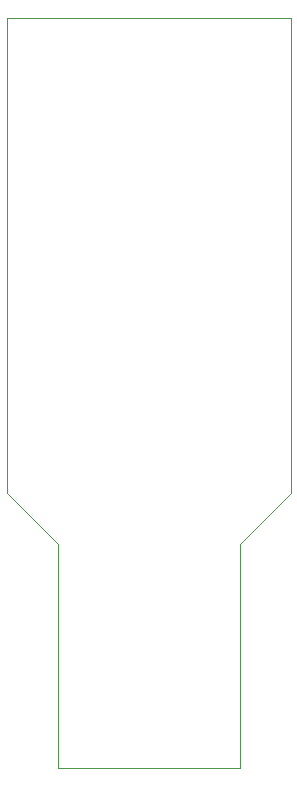
<source format=gko>
G75*
%MOIN*%
%OFA0B0*%
%FSLAX25Y25*%
%IPPOS*%
%LPD*%
%AMOC8*
5,1,8,0,0,1.08239X$1,22.5*
%
%ADD10C,0.00000*%
D10*
X0108980Y0042195D02*
X0169610Y0042195D01*
X0169610Y0116998D01*
X0186539Y0133927D01*
X0186539Y0292195D01*
X0092051Y0292195D01*
X0092051Y0133927D01*
X0108980Y0116998D01*
X0108980Y0042195D01*
M02*

</source>
